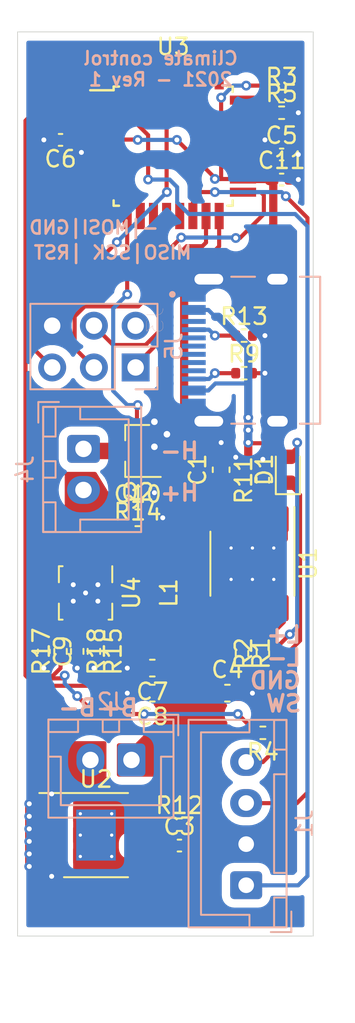
<source format=kicad_pcb>
(kicad_pcb (version 20221018) (generator pcbnew)
  (layers (0 "F.Cu" signal) (31 "B.Cu" signal) (34 "B.Paste" user) (35 "F.Paste" user) (36 "B.SilkS" user "B.Silkscreen") (37 "F.SilkS" user "F.Silkscreen") (38 "B.Mask" user) (39 "F.Mask" user) (44 "Edge.Cuts" user))
  (net 0 "")
  (net 1 "-BATT")
  (net 2 "SWITCH")
  (net 3 "Net-(C3-Pad1)")
  (net 4 "+BATT")
  (net 5 "Net-(C5-Pad1)")
  (net 6 "Net-(C9-Pad1)")
  (net 7 "+VSW")
  (net 8 "Net-(R2-Pad2)")
  (net 9 "Net-(J1-Pad4)")
  (net 10 "USB_DET")
  (net 11 "+5V")
  (net 12 "Net-(J3-PadB5)")
  (net 13 "LED")
  (net 14 "Net-(R11-Pad1)")
  (net 15 "Net-(J3-PadA5)")
  (net 16 "HEATER_PWM")
  (net 17 "BOOST_EN")
  (net 18 "BOOST_MOS")
  (net 19 "Net-(R17-Pad2)")
  (net 20 "Net-(D1-Pad1)")
  (net 21 "Net-(U1-Pad6)")
  (net 22 "Net-(U3-Pad3)")
  (net 23 "Net-(U3-Pad6)")
  (net 24 "Net-(U3-Pad7)")
  (net 25 "Net-(U3-Pad8)")
  (net 26 "Net-(U3-Pad10)")
  (net 27 "Net-(U3-Pad11)")
  (net 28 "Net-(U3-Pad12)")
  (net 29 "Net-(U3-Pad13)")
  (net 30 "MOSI")
  (net 31 "MISO")
  (net 32 "SCK")
  (net 33 "Net-(U3-Pad19)")
  (net 34 "Net-(U3-Pad22)")
  (net 35 "A1")
  (net 36 "Net-(U3-Pad26)")
  (net 37 "Net-(U3-Pad27)")
  (net 38 "Net-(U3-Pad28)")
  (net 39 "~{RST}")
  (net 40 "RX")
  (net 41 "TX")
  (net 42 "Net-(L1-Pad2)")
  (net 43 "PG")
  (net 44 "Net-(U4-Pad8)")
  (net 45 "Net-(J4-Pad1)")
  (net 46 "Net-(R1-Pad1)")
  (net 47 "Net-(J3-PadB8)")
  (net 48 "Net-(J3-PadA8)")
  (net 49 "GND")
  (net 50 "Net-(J5-Pad2)")
  (net 51 "Net-(J3-PadB6)")
  (net 52 "Net-(J3-PadA7)")
  (net 53 "Net-(J3-PadB7)")
  (net 54 "Net-(J3-PadA6)")
  (net 55 "BAT")
  (footprint "Package_QFP:TQFP-32_7x7mm_P0.8mm" (layer "F.Cu") (at 109.474 107.95)
    (fp_text reference "U3")
    (fp_text value "ATmega328PB-AU")
  )
  (footprint "Capacitor_SMD:C_0603_1608Metric" (layer "F.Cu") (at 112.395 127.635 90)
    (fp_text reference "C1")
    (fp_text value "10uF")
  )
  (footprint "Capacitor_SMD:C_0603_1608Metric" (layer "F.Cu") (at 112.776 141.224)
    (fp_text reference "C4")
    (fp_text value "10uF")
  )
  (footprint "Capacitor_SMD:C_0603_1608Metric" (layer "F.Cu") (at 108.204 139.7 180)
    (fp_text reference "C7")
    (fp_text value "10uF")
  )
  (footprint "Capacitor_SMD:C_0603_1608Metric" (layer "F.Cu") (at 107.315 130.556)
    (fp_text reference "C10")
    (fp_text value "10uF")
  )
  (footprint "climate_control:SOP8-EPAD" (layer "F.Cu") (at 114.3 133.35 -90)
    (fp_text reference "U1")
    (fp_text value "TP4056")
  )
  (footprint "climate_control:SOP8-EPAD" (layer "F.Cu") (at 104.775 149.86)
    (fp_text reference "U2")
    (fp_text value "XB8089A")
  )
  (footprint "Package_SON:Texas_S-PVSON-N10_ThermalVias" (layer "F.Cu") (at 104.14 135.128 -90)
    (fp_text reference "U4")
    (fp_text value "TPS61230DRC")
  )
  (footprint "Diode_SMD:D_0603_1608Metric" (layer "F.Cu") (at 116.459 127.635 90)
    (fp_text reference "D1")
    (fp_text value "CHRG")
  )
  (footprint "Package_TO_SOT_SMD:SOT-23" (layer "F.Cu") (at 107.315 126.492 180)
    (fp_text reference "Q2")
    (fp_text value "NTR3C21NZ")
  )
  (footprint "Capacitor_SMD:C_0603_1608Metric" (layer "F.Cu") (at 108.204 141.224 180)
    (fp_text reference "C8")
    (fp_text value "10uF")
  )
  (footprint "Resistor_SMD:R_0402_1005Metric" (layer "F.Cu") (at 113.665 138.811 -90)
    (fp_text reference "R1")
    (fp_text value "x")
  )
  (footprint "Resistor_SMD:R_0402_1005Metric" (layer "F.Cu") (at 114.935 138.811 90)
    (fp_text reference "R2")
    (fp_text value "10k")
  )
  (footprint "Resistor_SMD:R_0402_1005Metric" (layer "F.Cu") (at 113.792 121.761)
    (fp_text reference "R9")
    (fp_text value "5.1k")
  )
  (footprint "Resistor_SMD:R_0402_1005Metric" (layer "F.Cu") (at 114.935 128.27 90)
    (fp_text reference "R11")
    (fp_text value "2.4k")
  )
  (footprint "Resistor_SMD:R_0402_1005Metric" (layer "F.Cu") (at 109.855 149.225)
    (fp_text reference "R12")
    (fp_text value "100R")
  )
  (footprint "Resistor_SMD:R_0402_1005Metric" (layer "F.Cu") (at 113.792 119.475)
    (fp_text reference "R13")
    (fp_text value "5.1k")
  )
  (footprint "Resistor_SMD:R_0402_1005Metric" (layer "F.Cu") (at 107.315 129.032 180)
    (fp_text reference "R14")
    (fp_text value "10k")
  )
  (footprint "Resistor_SMD:R_0402_1005Metric" (layer "F.Cu") (at 104.648 138.684 -90)
    (fp_text reference "R15")
    (fp_text value "100k")
  )
  (footprint "Resistor_SMD:R_0402_1005Metric" (layer "F.Cu") (at 102.616 138.684 90)
    (fp_text reference "R17")
    (fp_text value "R_Small")
  )
  (footprint "Resistor_SMD:R_0402_1005Metric" (layer "F.Cu") (at 103.632 138.684 -90)
    (fp_text reference "R18")
    (fp_text value "R_Small")
  )
  (footprint "Capacitor_SMD:C_0402_1005Metric" (layer "F.Cu") (at 109.855 150.495)
    (fp_text reference "C3")
    (fp_text value "100nF")
  )
  (footprint "Capacitor_SMD:C_0402_1005Metric" (layer "F.Cu") (at 116.078 108.458)
    (fp_text reference "C5")
    (fp_text value "1uF")
  )
  (footprint "Capacitor_SMD:C_0402_1005Metric" (layer "F.Cu") (at 102.616 107.569 180)
    (fp_text reference "C6")
    (fp_text value "100nF")
  )
  (footprint "Capacitor_SMD:C_0402_1005Metric" (layer "F.Cu") (at 101.6 138.684 -90)
    (fp_text reference "C9")
    (fp_text value "18nF")
  )
  (footprint "Capacitor_SMD:C_0402_1005Metric" (layer "F.Cu") (at 116.078 109.982)
    (fp_text reference "C11")
    (fp_text value "100nF")
  )
  (footprint "climate_control:Inductor_0530" (layer "F.Cu") (at 108.712 135.128 90)
    (fp_text reference "L1")
    (fp_text value "1uH")
  )
  (footprint "Resistor_SMD:R_0402_1005Metric" (layer "F.Cu") (at 114.935 143.637 180)
    (fp_text reference "R4")
    (fp_text value "x")
  )
  (footprint "Resistor_SMD:R_0402_1005Metric" (layer "F.Cu") (at 116.078 104.902)
    (fp_text reference "R3")
    (fp_text value "100k")
  )
  (footprint "Resistor_SMD:R_0402_1005Metric" (layer "F.Cu") (at 116.078 105.918)
    (fp_text reference "R5")
    (fp_text value "30k")
  )
  (footprint "Connector_JST:JST_XH_B2B-XH-A_1x02_P2.50mm_Vertical" (layer "B.Cu") (at 106.934 145.288 180)
    (fp_text reference "J2")
    (fp_text value "BatteryIn")
  )
  (footprint "climate_control:HRO_TYPE-C-31-M-12" (layer "B.Cu") (at 115.824 120.364 -90)
    (fp_text reference "J3")
    (fp_text value "USB_C")
  )
  (footprint "Connector_JST:JST_XH_B4B-XH-A_1x04_P2.50mm_Vertical" (layer "B.Cu") (at 113.919 152.908 90)
    (fp_text reference "J1")
    (fp_text value "Switch")
  )
  (footprint "Connector_JST:JST_XH_B2B-XH-A_1x02_P2.50mm_Vertical" (layer "B.Cu") (at 104.013 126.365 -90)
    (fp_text reference "J4")
    (fp_text value "HeatElement")
  )
  (footprint "Connector_PinHeader_2.54mm:PinHeader_2x03_P2.54mm_Vertical" (layer "B.Cu") (at 107.188 121.412 90)
    (fp_text reference "J5")
    (fp_text value "ICSP")
  )
  (gr_line (start 100 101) (end 100 156) (stroke (width 0.05)) (layer "Edge.Cuts"))
  (gr_line (start 118 101) (end 100 101) (stroke (width 0.05)) (layer "Edge.Cuts"))
  (gr_line (start 100 156) (end 118 156) (stroke (width 0.05)) (layer "Edge.Cuts"))
  (gr_line (start 118 156) (end 118 101) (stroke (width 0.05)) (layer "Edge.Cuts"))
  (gr_text "L-" (at 116.205 139.065) (layer "B.SilkS") (effects (font (size 1 1) (thickness 0.2)) (justify mirror)))
  (gr_text "     -|MOSI|GND\n" (at 106.172 112.903) (layer "B.SilkS") (effects (font (size 0.8 0.8) (thickness 0.16)) (justify mirror)))
  (gr_text "Climate control\n2021 - Rev 1" (at 108.712 103.251) (layer "B.SilkS") (effects (font (size 0.8 0.8) (thickness 0.16)) (justify mirror)))
  (gr_text "SW" (at 116.205 141.859) (layer "B.SilkS") (effects (font (size 1 1) (thickness 0.2)) (justify mirror)))
  (gr_text "B-" (at 103.632 142.113) (layer "B.SilkS") (effects (font (size 1 1) (thickness 0.2)) (justify mirror)))
  (gr_text "B+" (at 106.172 142.113) (layer "B.SilkS") (effects (font (size 1 1) (thickness 0.2)) (justify mirror)))
  (gr_text "MISO|SCK |RST" (at 105.791 114.427) (layer "B.SilkS") (effects (font (size 0.8 0.8) (thickness 0.16)) (justify mirror)))
  (gr_text "H-" (at 109.855 126.492) (layer "B.SilkS") (effects (font (size 1 1) (thickness 0.2)) (justify mirror)))
  (gr_text "GND" (at 115.697 140.462) (layer "B.SilkS") (effects (font (size 1 1) (thickness 0.2)) (justify mirror)))
  (gr_text "L+" (at 116.205 137.668) (layer "B.SilkS") (effects (font (size 1 1) (thickness 0.2)) (justify mirror)))
  (gr_text "H+" (at 109.855 129.032) (layer "B.SilkS") (effects (font (size 1 1) (thickness 0.2)) (justify mirror)))
  (segment (start 110.335 150.495) (end 110.335 150.805) (width 0.25) (layer "F.Cu") (net 1))
  (segment (start 110.335 150.805) (end 109.375 151.765) (width 0.25) (layer "F.Cu") (net 1))
  (segment (start 109.375 151.765) (end 107.475 151.765) (width 0.25) (layer "F.Cu") (net 1))
  (segment (start 107.95 107.278998) (end 107.95 109.982) (width 0.25) (layer "F.Cu") (net 2))
  (segment (start 106.674 106.002998) (end 107.95 107.278998) (width 0.25) (layer "F.Cu") (net 2))
  (segment (start 106.674 103.7) (end 106.674 106.002998) (width 0.25) (layer "F.Cu") (net 2))
  (via (at 107.95 109.982) (size 0.6) (drill 0.3) (layers "F.Cu" "B.Cu") (net 2))
  (segment (start 109.256002 109.982) (end 109.718001 110.443999) (width 0.25) (layer "B.Cu") (net 2))
  (segment (start 107.95 109.982) (end 109.256002 109.982) (width 0.25) (layer "B.Cu") (net 2))
  (segment (start 110.4265 112.0775) (end 116.9035 112.0775) (width 0.25) (layer "B.Cu") (net 2))
  (segment (start 117.64999 152.35201) (end 117.087 152.915) (width 0.25) (layer "B.Cu") (net 2))
  (segment (start 115.182 152.915) (end 114.935 152.915) (width 0.25) (layer "B.Cu") (net 2))
  (segment (start 109.718001 110.443999) (end 109.718001 111.369001) (width 0.25) (layer "B.Cu") (net 2))
  (segment (start 117.64999 152.35201) (end 117.64999 112.82399) (width 0.25) (layer "B.Cu") (net 2))
  (segment (start 117.087 152.915) (end 115.182 152.915) (width 0.25) (layer "B.Cu") (net 2))
  (segment (start 116.9035 112.0775) (end 117.64999 112.82399) (width 0.25) (layer "B.Cu") (net 2))
  (segment (start 115.182 152.915) (end 113.926 152.915) (width 0.25) (layer "B.Cu") (net 2))
  (segment (start 113.926 152.915) (end 113.919 152.908) (width 0.25) (layer "B.Cu") (net 2))
  (segment (start 109.718001 111.369001) (end 110.4265 112.0775) (width 0.25) (layer "B.Cu") (net 2))
  (segment (start 107.475 150.495) (end 109.375 150.495) (width 0.25) (layer "F.Cu") (net 3))
  (segment (start 109.375 150.495) (end 109.375 150.215) (width 0.25) (layer "F.Cu") (net 3))
  (segment (start 109.375 150.215) (end 110.365 149.225) (width 0.25) (layer "F.Cu") (net 3))
  (segment (start 113.284 115.062) (end 110.722128 115.062) (width 0.5) (layer "F.Cu") (net 4))
  (segment (start 115.284 109.95) (end 115.284 110.044002) (width 0.5) (layer "F.Cu") (net 4))
  (segment (start 114.933 104.267) (end 113.919 104.267) (width 0.25) (layer "F.Cu") (net 4))
  (segment (start 109.699 107.569) (end 112.014 109.884) (width 0.25) (layer "F.Cu") (net 4))
  (segment (start 105.14 136.603) (end 105.14 137.398) (width 0.25) (layer "F.Cu") (net 4))
  (segment (start 108.422 137.668) (end 108.712 137.378) (width 0.25) (layer "F.Cu") (net 4))
  (segment (start 110.14399 115.640138) (end 110.14399 126.01899) (width 0.5) (layer "F.Cu") (net 4))
  (segment (start 115.57 112.776) (end 113.284 115.062) (width 0.5) (layer "F.Cu") (net 4))
  (segment (start 105.14 137.398) (end 105.41 137.668) (width 0.25) (layer "F.Cu") (net 4))
  (segment (start 112.395 105.000002) (end 112.395 109.918) (width 0.25) (layer "F.Cu") (net 4))
  (segment (start 105.41 137.668) (end 108.422 137.668) (width 0.25) (layer "F.Cu") (net 4))
  (segment (start 115.284 110.044002) (end 115.316 110.076002) (width 0.5) (layer "F.Cu") (net 4))
  (segment (start 109.345 149.225) (end 109.347 146.177) (width 0.25) (layer "F.Cu") (net 4))
  (segment (start 105.224 107.55) (end 107.296 107.55) (width 0.25) (layer "F.Cu") (net 4))
  (segment (start 115.568 104.902) (end 114.933 104.267) (width 0.25) (layer "F.Cu") (net 4))
  (segment (start 113.724 109.95) (end 115.284 109.95) (width 0.5) (layer "F.Cu") (net 4))
  (segment (start 110.722128 115.062) (end 110.14399 115.640138) (width 0.5) (layer "F.Cu") (net 4))
  (segment (start 115.598 109.982) (end 115.57 110.01) (width 0.5) (layer "F.Cu") (net 4))
  (segment (start 115.598 109.982) (end 115.316 109.982) (width 0.25) (layer "F.Cu") (net 4))
  (segment (start 110.14399 126.01899) (end 110.49 126.365) (width 0.5) (layer "F.Cu") (net 4))
  (segment (start 115.316 109.982) (end 115.284 109.95) (width 0.25) (layer "F.Cu") (net 4))
  (segment (start 105.224 107.55) (end 103.096 107.569) (width 0.25) (layer "F.Cu") (net 4))
  (segment (start 112.014 109.884) (end 112.014 109.943997) (width 0.25) (layer "F.Cu") (net 4))
  (segment (start 112.363 109.95) (end 112.020003 109.95) (width 0.25) (layer "F.Cu") (net 4))
  (segment (start 113.724 109.95) (end 112.363 109.95) (width 0.25) (layer "F.Cu") (net 4))
  (segment (start 112.395 109.918) (end 112.363 109.95) (width 0.25) (layer "F.Cu") (net 4))
  (segment (start 112.020003 109.95) (end 112.014 109.943997) (width 0.25) (layer "F.Cu") (net 4))
  (segment (start 105.37 107.696) (end 105.224 107.55) (width 0.25) (layer "F.Cu") (net 4))
  (segment (start 115.57 110.01) (end 115.57 112.776) (width 0.5) (layer "F.Cu") (net 4))
  (segment (start 110.49 126.365) (end 110.49 135.89) (width 0.5) (layer "F.Cu") (net 4))
  (segment (start 107.296 107.55) (end 107.315 107.569) (width 0.25) (layer "F.Cu") (net 4))
  (via (at 113.919 104.267) (size 0.6) (drill 0.3) (layers "F.Cu" "B.Cu") (net 4))
  (via (at 109.699 107.569) (size 0.6) (drill 0.3) (layers "F.Cu" "B.Cu") (net 4))
  (via (at 112.395 105.000002) (size 0.6) (drill 0.3) (layers "F.Cu" "B.Cu") (net 4))
  (via (at 112.014 109.943997) (size 0.6) (drill 0.3) (layers "F.Cu" "B.Cu") (net 4))
  (via (at 107.315 107.569) (size 0.6) (drill 0.3) (layers "F.Cu" "B.Cu") (net 4))
  (segment (start 113.919 104.267) (end 113.128002 104.267) (width 0.25) (layer "B.Cu") (net 4))
  (segment (start 113.128002 104.267) (end 112.395 105.000002) (width 0.25) (layer "B.Cu") (net 4))
  (segment (start 107.315 107.569) (end 109.699 107.569) (width 0.25) (layer "B.Cu") (net 4))
  (segment (start 113.832 108.458) (end 113.724 108.35) (width 0.25) (layer "F.Cu") (net 5))
  (segment (start 115.598 108.458) (end 113.832 108.458) (width 0.25) (layer "F.Cu") (net 5))
  (segment (start 102.70501 137.57899) (end 102.22501 137.57899) (width 0.25) (layer "F.Cu") (net 6))
  (segment (start 102.22501 137.57899) (end 101.6 138.204) (width 0.25) (layer "F.Cu") (net 6))
  (segment (start 103.14 137.144) (end 102.70501 137.57899) (width 0.25) (layer "F.Cu") (net 6))
  (segment (start 103.14 136.603) (end 103.14 137.144) (width 0.25) (layer "F.Cu") (net 6))
  (segment (start 100.96499 139.989992) (end 101.299999 140.325001) (width 0.25) (layer "F.Cu") (net 7))
  (segment (start 114.425 143.637) (end 114.425 143.508) (width 0.25) (layer "F.Cu") (net 7))
  (segment (start 104.14 133.653) (end 104.14 132.715) (width 0.25) (layer "F.Cu") (net 7))
  (segment (start 102.69501 140.325001) (end 102.87 140.150011) (width 0.25) (layer "F.Cu") (net 7))
  (segment (start 103.935 133.653) (end 103.64 133.653) (width 0.25) (layer "F.Cu") (net 7))
  (segment (start 114.425 143.508) (end 113.411 142.494) (width 0.25) (layer "F.Cu") (net 7))
  (segment (start 101.990999 140.325001) (end 102.69501 140.325001) (width 0.25) (layer "F.Cu") (net 7))
  (segment (start 103.935 133.653) (end 103.935 132.383) (width 0.5) (layer "F.Cu") (net 7))
  (segment (start 101.299999 140.325001) (end 101.900001 140.325001) (width 0.25) (layer "F.Cu") (net 7))
  (segment (start 101.900001 140.325001) (end 101.990999 140.325001) (width 0.25) (layer "F.Cu") (net 7))
  (segment (start 102.616 139.609002) (end 102.616 139.194) (width 0.25) (layer "F.Cu") (net 7))
  (segment (start 100.965 133.35) (end 102.108 132.207) (width 0.25) (layer "F.Cu") (net 7))
  (segment (start 101.990999 140.325001) (end 102.616 139.7) (width 0.25) (layer "F.Cu") (net 7))
  (segment (start 103.632 141.400011) (end 104.725989 142.494) (width 0.25) (layer "F.Cu") (net 7))
  (segment (start 104.725989 142.494) (end 107.696 142.494) (width 0.25) (layer "F.Cu") (net 7))
  (segment (start 100.965 133.731) (end 100.965 133.35) (width 0.25) (layer "F.Cu") (net 7))
  (segment (start 102.108 132.207) (end 103.378 130.937) (width 0.25) (layer "F.Cu") (net 7))
  (segment (start 103.64 133.653) (end 103.64 132.707) (width 0.25) (layer "F.Cu") (net 7))
  (segment (start 104.14 133.653) (end 103.935 133.653) (width 0.25) (layer "F.Cu") (net 7))
  (segment (start 100.965 133.731) (end 100.96499 139.989992) (width 0.25) (layer "F.Cu") (net 7))
  (via (at 102.87 140.150011) (size 0.6) (drill 0.3) (layers "F.Cu" "B.Cu") (net 7))
  (via (at 107.696 142.494) (size 0.6) (drill 0.3) (layers "F.Cu" "B.Cu") (net 7))
  (via (at 103.632 141.400011) (size 0.6) (drill 0.3) (layers "F.Cu" "B.Cu") (net 7))
  (via (at 113.411 142.494) (size 0.6) (drill 0.3) (layers "F.Cu" "B.Cu") (net 7))
  (segment (start 102.87 140.150011) (end 102.87 140.638011) (width 0.25) (layer "B.Cu") (net 7))
  (segment (start 107.696 142.494) (end 113.411 142.494) (width 0.25) (layer "B.Cu") (net 7))
  (segment (start 102.87 140.638011) (end 103.632 141.400011) (width 0.25) (layer "B.Cu") (net 7))
  (segment (start 116.205 136.906506) (end 114.935 138.176506) (width 0.25) (layer "F.Cu") (net 8))
  (segment (start 116.205 136.05) (end 116.205 136.906506) (width 0.25) (layer "F.Cu") (net 8))
  (segment (start 114.935 138.176506) (end 114.935 138.301) (width 0.25) (layer "F.Cu") (net 8))
  (segment (start 115.445 143.637) (end 115.445 144.905) (width 0.25) (layer "F.Cu") (net 9))
  (segment (start 115.445 144.905) (end 114.935 145.415) (width 0.25) (layer "F.Cu") (net 9))
  (segment (start 114.935 145.415) (end 113.926 145.415) (width 0.25) (layer "F.Cu") (net 9))
  (segment (start 113.926 145.415) (end 113.919 145.408) (width 0.25) (layer "F.Cu") (net 9))
  (segment (start 114.046 125.984) (end 114.046 127.221002) (width 0.5) (layer "F.Cu") (net 11))
  (segment (start 114.046 125.984) (end 114.046 124.46) (width 0.5) (layer "F.Cu") (net 11))
  (segment (start 114.935 139.288815) (end 116.57498 137.648835) (width 0.25) (layer "F.Cu") (net 11))
  (segment (start 115.63433 126.02283) (end 116.459 126.8475) (width 0.25) (layer "F.Cu") (net 11))
  (segment (start 114.935 139.321) (end 114.935 139.288815) (width 0.25) (layer "F.Cu") (net 11))
  (segment (start 114.046 127.221002) (end 112.857002 128.41) (width 0.5) (layer "F.Cu") (net 11))
  (segment (start 114.08483 126.02283) (end 114.046 125.984) (width 0.5) (layer "F.Cu") (net 11))
  (segment (start 112.395 130.65) (end 112.395 128.41) (width 0.5) (layer "F.Cu") (net 11))
  (segment (start 117.02499 126.28151) (end 116.459 126.8475) (width 0.25) (layer "F.Cu") (net 11))
  (segment (start 112.857002 128.41) (end 112.395 128.41) (width 0.5) (layer "F.Cu") (net 11))
  (segment (start 114.935 139.321) (end 115.0345 139.321) (width 0.25) (layer "F.Cu") (net 11))
  (segment (start 114.08483 126.02283) (end 115.63433 126.02283) (width 0.25) (layer "F.Cu") (net 11))
  (segment (start 117.02499 125.984) (end 117.02499 126.28151) (width 0.25) (layer "F.Cu") (net 11))
  (via (at 114.046 125.222) (size 0.6) (drill 0.3) (layers "F.Cu" "B.Cu") (net 11))
  (via (at 116.57498 137.648835) (size 0.6) (drill 0.3) (layers "F.Cu" "B.Cu") (net 11))
  (via (at 114.046 124.46) (size 0.6) (drill 0.3) (layers "F.Cu" "B.Cu") (net 11))
  (via (at 117.02499 125.984) (size 0.6) (drill 0.3) (layers "F.Cu" "B.Cu") (net 11))
  (via (at 114.046 125.984) (size 0.6) (drill 0.3) (layers "F.Cu" "B.Cu") (net 11))
  (segment (start 114.046 124.46) (end 114.046 122.555) (width 0.5) (layer "B.Cu") (net 11))
  (segment (start 117.02499 137.198825) (end 117.02499 125.984) (width 0.25) (layer "B.Cu") (net 11))
  (segment (start 114.046 120.142998) (end 112.235002 118.332) (width 0.5) (layer "B.Cu") (net 11))
  (segment (start 116.57498 137.648835) (end 117.02499 137.198825) (width 0.25) (layer "B.Cu") (net 11))
  (segment (start 112.032998 118.332) (end 111.614998 117.914) (width 0.25) (layer "B.Cu") (net 11))
  (segment (start 112.042997 122.386001) (end 113.877001 122.386001) (width 0.25) (layer "B.Cu") (net 11))
  (segment (start 113.877001 122.386001) (end 114.046 122.555) (width 0.25) (layer "B.Cu") (net 11))
  (segment (start 111.614998 117.914) (end 110.729 117.914) (width 0.25) (layer "B.Cu") (net 11))
  (segment (start 111.614998 122.814) (end 112.042997 122.386001) (width 0.25) (layer "B.Cu") (net 11))
  (segment (start 112.235002 118.332) (end 112.032998 118.332) (width 0.5) (layer "B.Cu") (net 11))
  (segment (start 114.046 125.984) (end 114.046 125.222) (width 0.5) (layer "B.Cu") (net 11))
  (segment (start 110.729 122.814) (end 111.614998 122.814) (width 0.25) (layer "B.Cu") (net 11))
  (segment (start 114.046 124.46) (end 114.046 125.222) (width 0.5) (layer "B.Cu") (net 11))
  (segment (start 114.046 122.555) (end 114.046 120.142998) (width 0.5) (layer "B.Cu") (net 11))
  (segment (start 113.155 121.761) (end 113.282 121.888) (width 0.25) (layer "F.Cu") (net 12))
  (segment (start 112.014 121.761) (end 113.155 121.761) (width 0.25) (layer "F.Cu") (net 12))
  (via (at 112.014 121.761) (size 0.6) (drill 0.3) (layers "F.Cu" "B.Cu") (net 12))
  (segment (start 110.729 122.114) (end 111.661 122.114) (width 0.25) (layer "B.Cu") (net 12))
  (segment (start 111.661 122.114) (end 112.014 121.761) (width 0.25) (layer "B.Cu") (net 12))
  (segment (start 111.08 110.744) (end 112.014 110.744) (width 0.25) (layer "F.Cu") (net 13))
  (segment (start 116.332 110.998) (end 117.64999 112.31599) (width 0.25) (layer "F.Cu") (net 13))
  (segment (start 117.64999 147.27201) (end 117.007 147.915) (width 0.25) (layer "F.Cu") (net 13))
  (segment (start 113.926 147.915) (end 113.919 147.908) (width 0.25) (layer "F.Cu") (net 13))
  (segment (start 117.64999 112.31599) (end 117.64999 147.27201) (width 0.25) (layer "F.Cu") (net 13))
  (segment (start 110.674 111.15) (end 111.08 110.744) (width 0.25) (layer "F.Cu") (net 13))
  (segment (start 117.007 147.915) (end 113.926 147.915) (width 0.25) (layer "F.Cu") (net 13))
  (segment (start 110.674 112.2) (end 110.674 111.15) (width 0.25) (layer "F.Cu") (net 13))
  (via (at 116.332 110.998) (size 0.6) (drill 0.3) (layers "F.Cu" "B.Cu") (net 13))
  (via (at 112.014 110.744) (size 0.6) (drill 0.3) (layers "F.Cu" "B.Cu") (net 13))
  (segment (start 112.014 110.744) (end 116.078 110.744) (width 0.25) (layer "B.Cu") (net 13))
  (segment (start 116.078 110.744) (end 116.332 110.998) (width 0.25) (layer "B.Cu") (net 13))
  (segment (start 114.935 130.65) (end 114.935 128.78) (width 0.25) (layer "F.Cu") (net 14))
  (segment (start 113.282 119.475) (end 112.014 119.475) (width 0.25) (layer "F.Cu") (net 15))
  (via (at 112.014 119.475) (size 0.6) (drill 0.3) (layers "F.Cu" "B.Cu") (net 15))
  (segment (start 111.653 119.114) (end 112.014 119.475) (width 0.25) (layer "B.Cu") (net 15))
  (segment (start 110.729 119.114) (end 111.653 119.114) (width 0.25) (layer "B.Cu") (net 15))
  (segment (start 108.315 127.442) (end 108.315 127.522) (width 0.25) (layer "F.Cu") (net 16))
  (segment (start 107.523001 126.650001) (end 108.315 127.442) (width 0.25) (layer "F.Cu") (net 16))
  (segment (start 107.269001 126.396001) (end 107.523001 126.650001) (width 0.25) (layer "F.Cu") (net 16))
  (segment (start 106.674 116.961) (end 106.68 116.967) (width 0.25) (layer "F.Cu") (net 16))
  (segment (start 106.674 112.2) (end 106.674 116.961) (width 0.25) (layer "F.Cu") (net 16))
  (segment (start 108.315 127.522) (end 106.805 129.032) (width 0.25) (layer "F.Cu") (net 16))
  (segment (start 107.269001 123.743999) (end 107.315 123.698) (width 0.25) (layer "F.Cu") (net 16))
  (segment (start 107.269001 123.743999) (end 107.269001 126.396001) (width 0.25) (layer "F.Cu") (net 16))
  (via (at 106.68 116.967) (size 0.6) (drill 0.3) (layers "F.Cu" "B.Cu") (net 16))
  (via (at 107.315 123.698) (size 0.6) (drill 0.3) (layers "F.Cu" "B.Cu") (net 16))
  (segment (start 105.823001 117.823999) (end 106.68 116.967) (width 0.25) (layer "B.Cu") (net 16))
  (segment (start 106.68 123.698) (end 105.823001 122.841001) (width 0.25) (layer "B.Cu") (net 16))
  (segment (start 107.315 123.698) (end 106.68 123.698) (width 0.25) (layer "B.Cu") (net 16))
  (segment (start 105.823001 122.841001) (end 105.823001 117.823999) (width 0.25) (layer "B.Cu") (net 16))
  (segment (start 101.113599 140.775011) (end 100.692294 140.353706) (width 0.25) (layer "F.Cu") (net 17))
  (segment (start 100.692294 140.353706) (end 100.51498 140.176392) (width 0.25) (layer "F.Cu") (net 17))
  (segment (start 104.64 136.603) (end 104.64 138.166) (width 0.25) (layer "F.Cu") (net 17))
  (segment (start 105.29301 138.81901) (end 105.29301 139.979992) (width 0.25) (layer "F.Cu") (net 17))
  (segment (start 104.64 138.166) (end 104.648 138.174) (width 0.25) (layer "F.Cu") (net 17))
  (segment (start 100.482989 106.400011) (end 101.733 105.15) (width 0.25) (layer "F.Cu") (net 17))
  (segment (start 100.692294 140.353706) (end 100.482989 140.144401) (width 0.25) (layer "F.Cu") (net 17))
  (segment (start 101.733 105.15) (end 105.224 105.15) (width 0.25) (layer "F.Cu") (net 17))
  (segment (start 104.497991 140.775011) (end 101.113599 140.775011) (width 0.25) (layer "F.Cu") (net 17))
  (segment (start 100.482989 140.144401) (end 100.482989 106.400011) (width 0.25) (layer "F.Cu") (net 17))
  (segment (start 104.648 138.174) (end 105.29301 138.81901) (width 0.25) (layer "F.Cu") (net 17))
  (segment (start 105.29301 139.979992) (end 104.497991 140.775011) (width 0.25) (layer "F.Cu") (net 17))
  (segment (start 103.64 136.603) (end 103.64 138.166) (width 0.25) (layer "F.Cu") (net 19))
  (segment (start 103.64 138.166) (end 103.632 138.174) (width 0.25) (layer "F.Cu") (net 19))
  (segment (start 103.632 138.174) (end 102.616 138.174) (width 0.25) (layer "F.Cu") (net 19))
  (segment (start 114.26001 139.91601) (end 113.665 139.321) (width 0.25) (layer "F.Cu") (net 20))
  (segment (start 117.19998 138.026574) (end 115.310544 139.91601) (width 0.25) (layer "F.Cu") (net 20))
  (segment (start 115.310544 139.91601) (end 114.26001 139.91601) (width 0.25) (layer "F.Cu") (net 20))
  (segment (start 117.19998 129.16348) (end 117.19998 138.026574) (width 0.25) (layer "F.Cu") (net 20))
  (segment (start 116.459 128.4225) (end 117.19998 129.16348) (width 0.25) (layer "F.Cu") (net 20))
  (segment (start 111.474 112.2) (end 111.474 113.81498) (width 0.25) (layer "F.Cu") (net 30))
  (segment (start 108.712 115.824) (end 108.712 119.126) (width 0.25) (layer "F.Cu") (net 30))
  (segment (start 110.297552 114.03698) (end 108.712 115.622532) (width 0.25) (layer "F.Cu") (net 30))
  (segment (start 111.252 114.03698) (end 110.297552 114.03698) (width 0.25) (layer "F.Cu") (net 30))
  (segment (start 107.790999 120.047001) (end 105.823001 120.047001) (width 0.25) (layer "F.Cu") (net 30))
  (segment (start 111.474 113.81498) (end 111.252 114.03698) (width 0.25) (layer "F.Cu") (net 30))
  (segment (start 108.712 119.126) (end 107.790999 120.047001) (width 0.25) (layer "F.Cu") (net 30))
  (segment (start 105.823001 120.047001) (end 104.648 118.872) (width 0.25) (layer "F.Cu") (net 30))
  (segment (start 108.712 115.622532) (end 108.712 115.824) (width 0.25) (layer "F.Cu") (net 30))
  (segment (start 109.22 119.25441) (end 107.188 121.28641) (width 0.25) (layer "F.Cu") (net 31))
  (segment (start 112.274 112.2) (end 112.274 114.04) (width 0.25) (layer "F.Cu") (net 31))
  (segment (start 110.483952 114.48699) (end 109.22 115.750942) (width 0.25) (layer "F.Cu") (net 31))
  (segment (start 112.274 114.04) (end 111.82701 114.48699) (width 0.25) (layer "F.Cu") (net 31))
  (segment (start 107.188 121.28641) (end 107.188 121.412) (width 0.25) (layer "F.Cu") (net 31))
  (segment (start 109.22 115.750942) (end 109.22 115.824) (width 0.25) (layer "F.Cu") (net 31))
  (segment (start 109.22 115.824) (end 109.22 119.25441) (width 0.25) (layer "F.Cu") (net 31))
  (segment (start 111.82701 114.48699) (end 110.483952 114.48699) (width 0.25) (layer "F.Cu") (net 31))
  (segment (start 114.99499 112.08101) (end 113.538 113.538) (width 0.25) (layer "F.Cu") (net 32))
  (segment (start 104.083999 117.696999) (end 103.472999 118.307999) (width 0.25) (layer "F.Cu") (net 32))
  (segment (start 108.26199 115.210251) (end 109.963498 113.508743) (width 0.25) (layer "F.Cu") (net 32))
  (segment (start 108.26199 116.78201) (end 107.347001 117.696999) (width 0.25) (layer "F.Cu") (net 32))
  (segment (start 114.814 110.75) (end 114.99499 110.93099) (width 0.25) (layer "F.Cu") (net 32))
  (segment (start 107.347001 117.696999) (end 104.083999 117.696999) (width 0.25) (layer "F.Cu") (net 32))
  (segment (start 113.538 113.538) (end 113.284 113.538) (width 0.25) (layer "F.Cu") (net 32))
  (segment (start 108.26199 116.78201) (end 108.26199 115.210251) (width 0.25) (layer "F.Cu") (net 32))
  (segment (start 113.724 110.75) (end 114.814 110.75) (width 0.25) (layer "F.Cu") (net 32))
  (segment (start 114.99499 110.93099) (end 114.99499 112.08101) (width 0.25) (layer "F.Cu") (net 32))
  (segment (start 103.472999 120.236999) (end 104.648 121.412) (width 0.25) (layer "F.Cu") (net 32))
  (segment (start 103.472999 118.307999) (end 103.472999 120.236999) (width 0.25) (layer "F.Cu") (net 32))
  (via (at 113.284 113.538) (size 0.6) (drill 0.3) (layers "F.Cu" "B.Cu") (net 32))
  (via (at 109.963498 113.508743) (size 0.6) (drill 0.3) (layers "F.Cu" "B.Cu") (net 32))
  (segment (start 113.254743 113.508743) (end 113.284 113.538) (width 0.25) (layer "B.Cu") (net 32))
  (segment (start 109.963498 113.508743) (end 113.254743 113.508743) (width 0.25) (layer "B.Cu") (net 32))
  (segment (start 109.074 103.7) (end 109.074 110.725) (width 0.25) (layer "F.Cu") (net 39))
  (segment (start 109.074 110.725) (end 109.093 110.744) (width 0.25) (layer "F.Cu") (net 39))
  (segment (start 101.765998 117.475) (end 100.932999 118.307999) (width 0.25) (layer "F.Cu") (net 39))
  (segment (start 100.932999 120.236999) (end 102.108 121.412) (width 0.25) (layer "F.Cu") (net 39))
  (segment (start 102.362 117.475) (end 101.765998 117.475) (width 0.25) (layer "F.Cu") (net 39))
  (segment (start 100.932999 118.307999) (end 100.932999 120.236999) (width 0.25) (layer "F.Cu") (net 39))
  (segment (start 106.045 113.792) (end 102.362 117.475) (width 0.25) (layer "F.Cu") (net 39))
  (via (at 106.045 113.792) (size 0.6) (drill 0.3) (layers "F.Cu" "B.Cu") (net 39))
  (via (at 109.093 110.744) (size 0.6) (drill 0.3) (layers "F.Cu" "B.Cu") (net 39))
  (segment (start 109.093 110.744) (end 106.045 113.792) (width 0.25) (layer "B.Cu") (net 39))
  (segment (start 105.14 133.112) (end 108.478 133.112) (width 0.5) (layer "F.Cu") (net 42))
  (segment (start 104.73001 133.45801) (end 104.73001 133.368) (width 0.5) (layer "F.Cu") (net 42))
  (segment (start 105.14 133.653) (end 104.925 133.653) (width 0.5) (layer "F.Cu") (net 42))
  (segment (start 108.478 133.112) (end 108.712 132.878) (width 0.5) (layer "F.Cu") (net 42))
  (segment (start 105.14 133.653) (end 105.14 133.112) (width 0.5) (layer "F.Cu") (net 42))
  (segment (start 104.925 133.653) (end 104.73001 133.45801) (width 0.5) (layer "F.Cu") (net 42))
  (segment (start 106.315 126.492) (end 104.14 126.492) (width 1) (layer "F.Cu") (net 45))
  (segment (start 104.14 126.492) (end 104.013 126.365) (width 1) (layer "F.Cu") (net 45))
  (segment (start 114.935 136.05) (end 114.935 136.779) (width 0.25) (layer "F.Cu") (net 46))
  (segment (start 113.665 138.049) (end 113.665 138.301) (width 0.25) (layer "F.Cu") (net 46))
  (segment (start 114.935 136.779) (end 113.665 138.049) (width 0.25) (layer "F.Cu") (net 46))
  (segment (start 100.711 147.955) (end 100.711 147.955) (width 0.5) (layer "F.Cu") (net 49))
  (segment (start 100.711 148.717) (end 100.711 149.479) (width 0.5) (layer "F.Cu") (net 49))
  (segment (start 100.711 149.479) (end 100.711 150.241) (width 0.5) (layer "F.Cu") (net 49))
  (segment (start 100.711 150.241) (end 100.711 151.003) (width 0.5) (layer "F.Cu") (net 49))
  (segment (start 100.711 151.003) (end 100.711 151.765) (width 0.5) (layer "F.Cu") (net 49))
  (segment (start 100.711 151.765) (end 100.711 151.765) (width 0.5) (layer "F.Cu") (net 49))
  (segment (start 102.075 147.353) (end 102.075 147.353) (width 0.5) (layer "F.Cu") (net 49))
  (segment (start 102.075 152.367) (end 102.075 152.367) (width 0.5) (layer "F.Cu") (net 49))
  (segment (start 107.429 141.224) (end 106.68 141.224) (width 0.25) (layer "F.Cu") (net 49))
  (segment (start 105.69 135.378) (end 104.39 135.378) (width 0.25) (layer "F.Cu") (net 49))
  (segment (start 103.905 108.35) (end 103.886 108.331) (width 0.25) (layer "F.Cu") (net 49))
  (segment (start 107.429 139.7) (end 106.68 139.7) (width 0.25) (layer "F.Cu") (net 49))
  (segment (start 102.075 147.955) (end 100.711 147.955) (width 0.5) (layer "F.Cu") (net 49))
  (segment (start 113.724 107.55) (end 115.043 107.55) (width 0.25) (layer "F.Cu") (net 49))
  (segment (start 108.331 124.714) (end 108.315 124.984) (width 0.5) (layer "F.Cu") (net 49))
  (segment (start 108.315 125.542) (end 108.315 126.222) (width 0.5) (layer "F.Cu") (net 49))
  (segment (start 116.205 130.65) (end 116.205 131.826) (width 0.5) (layer "F.Cu") (net 49))
  (segment (start 108.09 130.556) (end 108.839 130.556) (width 0.25) (layer "F.Cu") (net 49))
  (segment (start 107.825 129.032) (end 108.331 129.032) (width 0.25) (layer "F.Cu") (net 49))
  (segment (start 113.665 130.65) (end 113.665 132.715) (width 0.5) (layer "F.Cu") (net 49))
  (segment (start 102.51 135.378) (end 103.14 135.378) (width 0.25) (layer "F.Cu") (net 49))
  (segment (start 102.075 149.225) (end 100.711 149.225) (width 0.5) (layer "F.Cu") (net 49))
  (segment (start 109.027 125.542) (end 109.093 125.476) (width 0.5) (layer "F.Cu") (net 49))
  (segment (start 108.315 124.984) (end 108.315 125.542) (width 0.5) (layer "F.Cu") (net 49))
  (segment (start 103.955 135.128) (end 103.505 135.578) (width 0.25) (layer "F.Cu") (net 49))
  (segment (start 104.975 134.878) (end 104.775 134.678) (width 0.25) (layer "F.Cu") (net 49))
  (segment (start 102.136 107.569) (end 101.6 107.569) (width 0.25) (layer "F.Cu") (net 49))
  (segment (start 116.588 105.918) (end 117.094 105.918) (width 0.25) (layer "F.Cu") (net 49))
  (segment (start 102.51 134.878) (end 103.305 134.878) (width 0.25) (layer "F.Cu") (net 49))
  (segment (start 114.681 133.35) (end 114.3 133.35) (width 0.5) (layer "F.Cu") (net 49))
  (segment (start 104.648 139.194) (end 104.648 139.7) (width 0.25) (layer "F.Cu") (net 49))
  (segment (start 104.39 135.378) (end 104.14 135.128) (width 0.25) (layer "F.Cu") (net 49))
  (segment (start 108.315 126.222) (end 108.331 126.238) (width 0.5) (layer "F.Cu") (net 49))
  (segment (start 102.075 147.955) (end 102.075 147.353) (width 0.5) (layer "F.Cu") (net 49))
  (segment (start 113.551 141.224) (end 114.3 141.224) (width 0.25) (layer "F.Cu") (net 49))
  (segment (start 112.395 126.86) (end 113.271 126.86) (width 0.5) (layer "F.Cu") (net 49))
  (segment (start 102.075 150.495) (end 100.711 150.495) (width 0.5) (layer "F.Cu") (net 49))
  (segment (start 105.77 134.878) (end 104.975 134.878) (width 0.25) (layer "F.Cu") (net 49))
  (segment (start 116.205 131.826) (end 114.681 133.35) (width 0.5) (layer "F.Cu") (net 49))
  (segment (start 114.302 121.761) (end 115.062 121.761) (width 0.25) (layer "F.Cu") (net 49))
  (segment (start 103.305 134.878) (end 103.505 134.678) (width 0.25) (layer "F.Cu") (net 49))
  (segment (start 113.271 126.86) (end 113.284 126.873) (width 0.5) (layer "F.Cu") (net 49))
  (segment (start 112.395 126.86) (end 112.395 125.984) (width 0.5) (layer "F.Cu") (net 49))
  (segment (start 103.632 139.194) (end 103.632 139.7) (width 0.25) (layer "F.Cu") (net 49))
  (segment (start 100.711 147.955) (end 100.711 148.717) (width 0.5) (layer "F.Cu") (net 49))
  (segment (start 116.558 109.982) (end 117.094 109.982) (width 0.25) (layer "F.Cu") (net 49))
  (segment (start 102.075 151.765) (end 102.075 152.367) (width 0.5) (layer "F.Cu") (net 49))
  (segment (start 114.302 119.475) (end 115.062 119.475) (width 0.25) (layer "F.Cu") (net 49))
  (segment (start 104.14 135.128) (end 103.955 135.128) (width 0.25) (layer "F.Cu") (net 49))
  (segment (start 105.224 108.35) (end 103.905 108.35) (width 0.25) (layer "F.Cu") (net 49))
  (segment (start 101.6 139.164) (end 101.6 139.7) (width 0.25) (layer "F.Cu") (net 49))
  (segment (start 116.558 108.458) (end 117.094 108.458) (width 0.25) (layer "F.Cu") (net 49))
  (segment (start 102.075 151.765) (end 100.711 151.765) (width 0.5) (layer "F.Cu") (net 49))
  (segment (start 113.665 132.715) (end 114.3 133.35) (width 0.5) (layer "F.Cu") (net 49))
  (segment (start 114.935 127.76) (end 114.935 127) (width 0.25) (layer "F.Cu") (net 49))
  (segment (start 103.14 135.378) (end 103.39 135.628) (width 0.25) (layer "F.Cu") (net 49))
  (segment (start 108.315 125.542) (end 109.027 125.542) (width 0.5) (layer "F.Cu") (net 49))
  (segment (start 115.043 107.55) (end 115.062 107.569) (width 0.25) (layer "F.Cu") (net 49))
  (via (at 103.632 139.7) (size 0.6) (drill 0.3) (layers "F.Cu" "B.Cu") (net 49))
  (via (at 108.331 124.714) (size 0.8) (drill 0.4) (layers "F.Cu" "B.Cu") (net 49))
  (via (at 100.711 150.241) (size 0.6) (drill 0.3) (layers "F.Cu" "B.Cu") (net 49))
  (via (at 113.284 126.873) (size 0.6) (drill 0.3) (layers "F.Cu" "B.Cu") (net 49))
  (via (at 102.075 152.367) (size 0.6) (drill 0.3) (layers "F.Cu" "B.Cu") (net 49))
  (via (at 117.094 108.458) (size 0.6) (drill 0.3) (layers "F.Cu" "B.Cu") (net 49))
  (via (at 108.331 129.032) (size 0.6) (drill 0.3) (layers "F.Cu" "B.Cu") (net 49))
  (via (at 106.68 139.7) (size 0.6) (drill 0.3) (layers "F.Cu" "B.Cu") (net 49))
  (via (at 108.331 126.238) (size 0.8) (drill 0.4) (layers "F.Cu" "B.Cu") (net 49))
  (via (at 100.711 151.003) (size 0.6) (drill 0.3) (layers "F.Cu" "B.Cu") (net 49))
  (via (at 114.935 127) (size 0.6) (drill 0.3) (layers "F.Cu" "B.Cu") (net 49))
  (via (at 112.395 125.984) (size 0.6) (drill 0.3) (layers "F.Cu" "B.Cu") (net 49))
  (via (at 117.094 105.918) (size 0.6) (drill 0.3) (layers "F.Cu" "B.Cu") (net 49))
  (via (at 102.075 147.353) (size 0.6) (drill 0.3) (layers "F.Cu" "B.Cu") (net 49))
  (via (at 115.062 107.569) (size 0.6) (drill 0.3) (layers "F.Cu" "B.Cu") (net 49))
  (via (at 109.093 125.476) (size 0.8) (drill 0.4) (layers "F.Cu" "B.Cu") (net 49))
  (via (at 117.094 109.982) (size 0.6) (drill 0.3) (layers "F.Cu" "B.Cu") (net 49))
  (via (at 114.3 141.224) (size 0.6) (drill 0.3) (layers "F.Cu" "B.Cu") (net 49))
  (via (at 101.6 139.7) (size 0.6) (drill 0.3) (layers "F.Cu" "B.Cu") (net 49))
  (via (at 106.68 141.224) (size 0.6) (drill 0.3) (layers "F.Cu" "B.Cu") (net 49))
  (via (at 115.062 121.761) (size 0.6) (drill 0.3) (layers "F.Cu" "B.Cu") (net 49))
  (via (at 100.711 147.955) (size 0.6) (drill 0.3) (layers "F.Cu" "B.Cu") (net 49))
  (via (at 100.711 148.717) (size 0.6) (drill 0.3) (layers "F.Cu" "B.Cu") (net 49))
  (via (at 103.886 108.331) (size 0.6) (drill 0.3) (layers "F.Cu" "B.Cu") (net 49))
  (via (at 100.711 151.765) (size 0.6) (drill 0.3) (layers "F.Cu" "B.Cu") (net 49))
  (via (at 108.839 130.556) (size 0.6) (drill 0.3) (layers "F.Cu" "B.Cu") (net 49))
  (via (at 101.6 107.569) (size 0.6) (drill 0.3) (layers "F.Cu" "B.Cu") (net 49))
  (via (at 100.711 149.479) (size 0.6) (drill 0.3) (layers "F.Cu" "B.Cu") (net 49))
  (via (at 104.648 139.7) (size 0.6) (drill 0.3) (layers "F.Cu" "B.Cu") (net 49))
  (via (at 115.062 119.475) (size 0.6) (drill 0.3) (layers "F.Cu" "B.Cu") (net 49))
  (segment (start 110.729 116.959) (end 111.644 116.044) (width 0.25) (layer "B.Cu") (net 49))
  (segment (start 110.729 123.769) (end 111.644 124.684) (width 0.25) (layer "B.Cu") (net 49))
  (segment (start 115.536 105.95) (end 115.568 105.918) (width 0.25) (layer "F.Cu") (net 55))
  (segment (start 116.584 104.902) (end 115.568 105.918) (width 0.25) (layer "F.Cu") (net 55))
  (segment (start 116.588 104.902) (end 116.584 104.902) (width 0.25) (layer "F.Cu") (net 55))
  (segment (start 113.724 105.95) (end 115.536 105.95) (width 0.25) (layer "F.Cu") (net 55))
  (zone (net 7) (net_name "+VSW") (layer "F.Cu") (connect_pads yes (clearance 0.508)) (min_thickness 0.254) (fill yes (thermal_gap 0.508) (thermal_bridge_width 0.508))
    (polygon (pts (xy 106.172 130.048) (xy 106.934 130.048) (xy 106.934 132.588) (xy 104.267 132.588) (xy 104.267 133.985) (xy 103.505 133.985) (xy 103.505 132.588) (xy 102.87 132.588) (xy 102.87 130.048) (xy 102.87 127.762) (xy 104.775 127.762)))
  )
  (zone (net 1) (net_name "-BATT") (layer "F.Cu") (connect_pads yes (clearance 0.508)) (min_thickness 0.254) (fill yes (thermal_gap 0.508) (thermal_bridge_width 0.508))
    (polygon (pts (xy 105.41 146.304) (xy 106.045 147.32) (xy 108.458 147.32) (xy 108.458 152.4) (xy 103.378 152.4) (xy 103.378 146.939) (xy 102.743 146.304) (xy 102.743 144.145) (xy 105.41 144.145)))
  )
  (zone (net 4) (net_name "+BATT") (layer "F.Cu") (connect_pads yes (clearance 0.508)) (min_thickness 0.254) (fill yes (thermal_gap 0.508) (thermal_bridge_width 0.508))
    (polygon (pts (xy 112.776 146.304) (xy 106.045 146.304) (xy 106.045 144.272) (xy 107.188 144.272) (xy 108.204 143.256) (xy 108.204 135.128) (xy 112.776 135.128)))
  )
  (zone (net 49) (net_name "GND") (layer "B.Cu") (connect_pads yes (clearance 0.508)) (min_thickness 0.254) (fill yes (thermal_gap 0.508) (thermal_bridge_width 0.508))
    (polygon (pts (xy 118.39025 161.29) (xy 99.007502 161.29) (xy 98.955003 99.06) (xy 118.337751 99.06)))
  )
)
</source>
